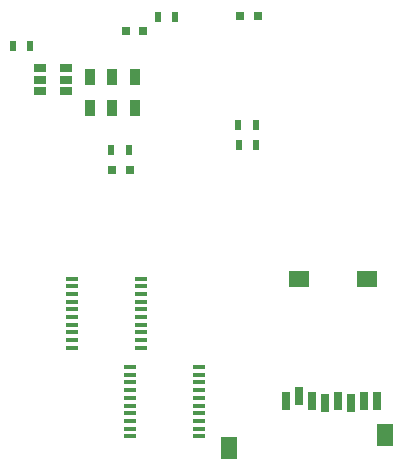
<source format=gbr>
G04 This is an RS-274x file exported by *
G04 gerbv version 2.6A *
G04 More information is available about gerbv at *
G04 http://gerbv.geda-project.org/ *
G04 --End of header info--*
%MOIN*%
%FSLAX34Y34*%
%IPPOS*%
G04 --Define apertures--*
%ADD10C,0.0039*%
%ADD11R,0.0313X0.0293*%
%ADD12R,0.0194X0.0352*%
%ADD13R,0.0348X0.0549*%
%ADD14R,0.0352X0.0549*%
%ADD15R,0.0388X0.0118*%
%ADD16R,0.0293X0.0589*%
%ADD17R,0.0549X0.0746*%
%ADD18R,0.0707X0.0549*%
%ADD19R,0.0415X0.0254*%
G04 --Start main section--*
G54D11*
G01X0053302Y-038597D03*
G01X0052711Y-038597D03*
G01X0053751Y-033960D03*
G01X0053160Y-033960D03*
G01X0056985Y-033477D03*
G01X0057576Y-033477D03*
G54D12*
G01X0049981Y-034477D03*
G01X0049390Y-034477D03*
G01X0052678Y-037956D03*
G01X0053269Y-037956D03*
G01X0056931Y-037761D03*
G01X0057522Y-037761D03*
G01X0056919Y-037107D03*
G01X0057510Y-037107D03*
G01X0054231Y-033495D03*
G01X0054822Y-033495D03*
G54D13*
G01X0053470Y-036543D03*
G54D14*
G01X0051974Y-036543D03*
G54D13*
G01X0052722Y-036543D03*
G01X0053461Y-035508D03*
G54D14*
G01X0051965Y-035508D03*
G54D13*
G01X0052713Y-035508D03*
G54D15*
G01X0053297Y-047483D03*
G01X0053297Y-047228D03*
G01X0053297Y-046972D03*
G01X0053297Y-046716D03*
G01X0053297Y-046460D03*
G01X0053297Y-046204D03*
G01X0053297Y-045948D03*
G01X0053297Y-045692D03*
G01X0055594Y-045692D03*
G01X0055594Y-045948D03*
G01X0055594Y-046204D03*
G01X0055594Y-046460D03*
G01X0055594Y-046716D03*
G01X0055594Y-046972D03*
G01X0055594Y-047228D03*
G01X0055594Y-047483D03*
G01X0053297Y-045436D03*
G01X0053297Y-045180D03*
G01X0055594Y-045436D03*
G01X0055594Y-045180D03*
G54D16*
G01X0061111Y-046308D03*
G01X0061544Y-046308D03*
G01X0060678Y-046387D03*
G01X0060245Y-046308D03*
G01X0058513Y-046308D03*
G01X0058946Y-046151D03*
G01X0059379Y-046308D03*
G01X0059812Y-046387D03*
G54D17*
G01X0061820Y-047430D03*
G01X0056604Y-047863D03*
G54D18*
G01X0061210Y-042253D03*
G01X0058926Y-042253D03*
G54D19*
G01X0050318Y-035972D03*
G01X0050318Y-035598D03*
G01X0050318Y-035224D03*
G01X0051184Y-035224D03*
G01X0051184Y-035972D03*
G01X0051184Y-035598D03*
G54D15*
G01X0053661Y-042231D03*
G01X0053661Y-042487D03*
G01X0053661Y-042743D03*
G01X0053661Y-042999D03*
G01X0053661Y-043255D03*
G01X0053661Y-043511D03*
G01X0053661Y-043767D03*
G01X0053661Y-044023D03*
G01X0051364Y-044023D03*
G01X0051364Y-043767D03*
G01X0051364Y-043511D03*
G01X0051364Y-043255D03*
G01X0051364Y-042999D03*
G01X0051364Y-042743D03*
G01X0051364Y-042487D03*
G01X0051364Y-042231D03*
G01X0053661Y-044279D03*
G01X0053661Y-044534D03*
G01X0051364Y-044279D03*
G01X0051364Y-044534D03*
M02*

</source>
